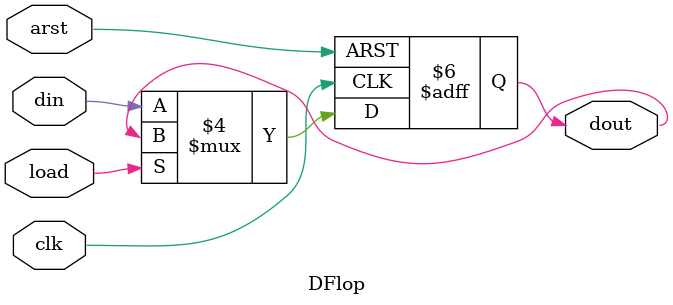
<source format=v>
/*--  *******************************************************
--  Computer Architecture Course, Laboratory Sources 
--  Amirkabir University of Technology (Tehran Polytechnic)
--  Department of Computer Engineering (CE-AUT)
--  https://ce[dot]aut[dot]ac[dot]ir
--  *******************************************************
--  All Rights reserved (C) 2019-2020
--  *******************************************************
--  Student ID  : 
--  Student Name: 
--  Student Mail: 
--  *******************************************************
--  Additional Comments:
--
--*/

/*-----------------------------------------------------------
---  Module Name: Light Dance
---  Description: Module5:
-----------------------------------------------------------*/
`timescale 1 ns/1 ns

module DFlop (
	input  arst  , // async reset
	input  clk   , // clock posedge
	input  din   , // data  in
	input  load  , // data  load 
	output reg dout    // data  out
);

	always@(posedge clk or negedge arst) begin
		 if(~arst)
			dout <= 1'b0;
		 else if(~load)
			dout <= din;
	end

endmodule

</source>
